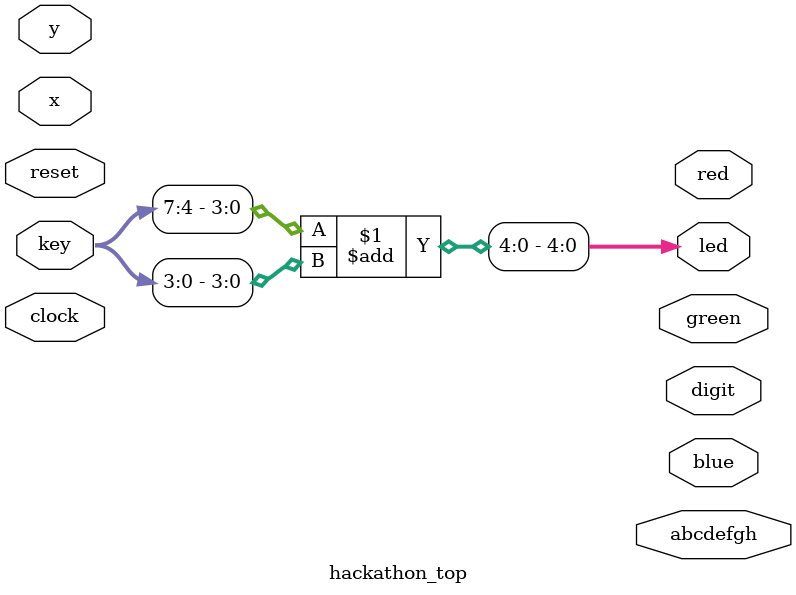
<source format=sv>

module hackathon_top
(
    input  logic       clock,
    input  logic       reset,

    input  logic [7:0] key,
    output logic [7:0] led,

    // A dynamic seven-segment display

    output logic [7:0] abcdefgh,
    output logic [7:0] digit,

    // LCD screen interface

    input  logic [8:0] x,
    input  logic [8:0] y,

    output logic [4:0] red,
    output logic [5:0] green,
    output logic [4:0] blue
);

    // Adding two 4-bit numbers results in 5-bit number
    //
    //      1010
    //    + 1011
    //    ------
    //     10100  5-bit number because of carry
    //
    //     led [4:0] means { led [4], led [3], led [2], led [1], led [0] }
    //     This construct is called a "bit slice".

    assign led [4:0] = key [7:4] + key [3:0];

    // Doing arithmetics using logical operations
    //
    //    0      0      1      1   key [4]
    //  + 0    + 1    + 0    + 1   key [0]
    //  ---    ---    ---    ---
    //    0      1      1     10
    //                        ||
    //                        |+-- led [6]
    //                        +--- led [7]
    //
    // https://es.wikipedia.org/wiki/Sistema_binario

    // Exercise: Check that the following code
    // is the same as:
    //
    // assign led [7:6] = key [4] + key [0];

    /*
    TODO: REMOVE THE SOLUTION    
    assign led [7] = key [4] & key [0];
    assign led [6] = key [4] ^ key [0];
    */

endmodule

</source>
